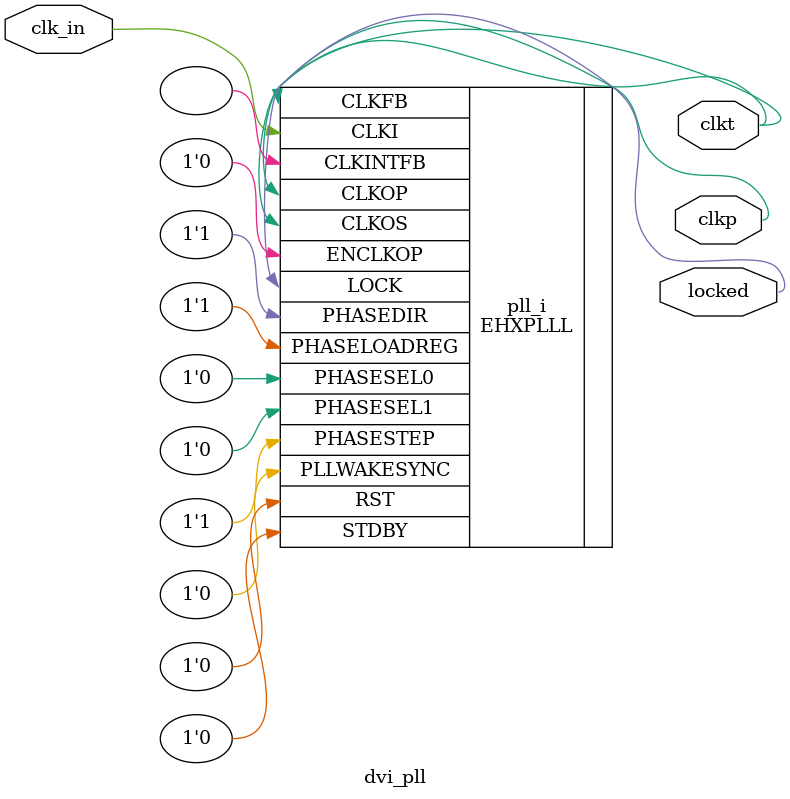
<source format=v>
module dvi_pll (
    input clk_in,
    output clkp,
    output clkt,
    output locked
);
(* FREQUENCY_PIN_CLKI="50" *)
(* FREQUENCY_PIN_CLKOP="250" *)
(* FREQUENCY_PIN_CLKOS="25" *)

(* ICP_CURRENT="12" *) (* LPF_RESISTOR="8" *) (* MFG_ENABLE_FILTEROPAMP="1" *) (* MFG_GMCREF_SEL="2" *)
/* verilator lint_off PINCONNECTEMPTY */
EHXPLLL #(
        .PLLRST_ENA("DISABLED"),
        .INTFB_WAKE("DISABLED"),
        .STDBY_ENABLE("DISABLED"),
        .DPHASE_SOURCE("DISABLED"),
        .OUTDIVIDER_MUXA("DIVA"),
        .OUTDIVIDER_MUXB("DIVB"),
        .OUTDIVIDER_MUXC("DIVC"),
        .OUTDIVIDER_MUXD("DIVD"),
        .CLKI_DIV(12),
        .CLKOP_ENABLE("ENABLED"),
        .CLKOP_DIV(2),
        .CLKOP_CPHASE(0),
        .CLKOP_FPHASE(0),
        .CLKOS_ENABLE("ENABLED"),
        .CLKOS_DIV(20),
        .CLKOS_CPHASE(0),
        .CLKOS_FPHASE(0),
        .FEEDBK_PATH("CLKOP"),
        .CLKFB_DIV(60)
    ) pll_i (
        .RST(1'b0),
        .STDBY(1'b0),
        .CLKI(clk_in),
        .CLKOP(clkt),
        .CLKOS(clkp),
        .CLKFB(clkt),
        .CLKINTFB(),
        .PHASESEL0(1'b0),
        .PHASESEL1(1'b0),
        .PHASEDIR(1'b1),
        .PHASESTEP(1'b1),
        .PHASELOADREG(1'b1),
        .PLLWAKESYNC(1'b0),
        .ENCLKOP(1'b0),
        .LOCK(locked)
     );
endmodule

</source>
